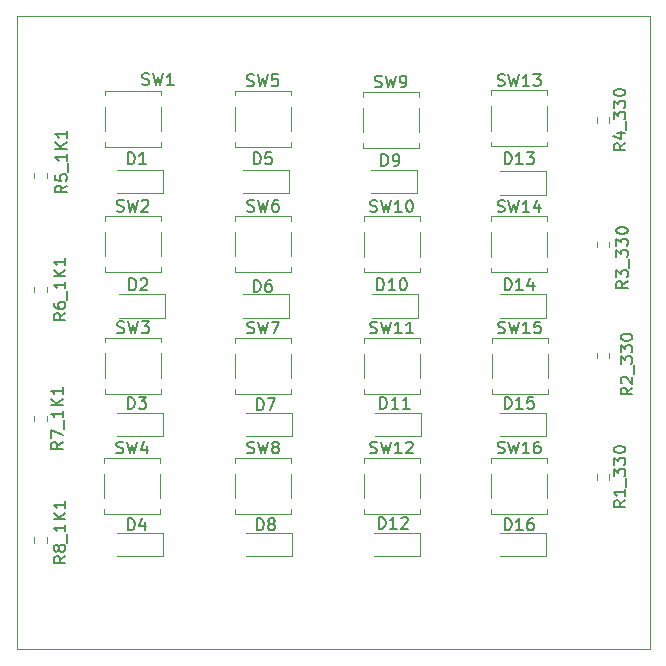
<source format=gbr>
%TF.GenerationSoftware,KiCad,Pcbnew,(6.0.10)*%
%TF.CreationDate,2023-08-09T19:07:30-05:00*%
%TF.ProjectId,Keypad,4b657970-6164-42e6-9b69-6361645f7063,rev?*%
%TF.SameCoordinates,Original*%
%TF.FileFunction,Legend,Top*%
%TF.FilePolarity,Positive*%
%FSLAX46Y46*%
G04 Gerber Fmt 4.6, Leading zero omitted, Abs format (unit mm)*
G04 Created by KiCad (PCBNEW (6.0.10)) date 2023-08-09 19:07:30*
%MOMM*%
%LPD*%
G01*
G04 APERTURE LIST*
%ADD10C,0.150000*%
%ADD11C,0.120000*%
G04 APERTURE END LIST*
D10*
%TO.C,D2*%
X120673904Y-66619380D02*
X120673904Y-65619380D01*
X120912000Y-65619380D01*
X121054857Y-65667000D01*
X121150095Y-65762238D01*
X121197714Y-65857476D01*
X121245333Y-66047952D01*
X121245333Y-66190809D01*
X121197714Y-66381285D01*
X121150095Y-66476523D01*
X121054857Y-66571761D01*
X120912000Y-66619380D01*
X120673904Y-66619380D01*
X121626285Y-65714619D02*
X121673904Y-65667000D01*
X121769142Y-65619380D01*
X122007238Y-65619380D01*
X122102476Y-65667000D01*
X122150095Y-65714619D01*
X122197714Y-65809857D01*
X122197714Y-65905095D01*
X122150095Y-66047952D01*
X121578666Y-66619380D01*
X122197714Y-66619380D01*
%TO.C,R1_330*%
X162664380Y-84399190D02*
X162188190Y-84732523D01*
X162664380Y-84970619D02*
X161664380Y-84970619D01*
X161664380Y-84589666D01*
X161712000Y-84494428D01*
X161759619Y-84446809D01*
X161854857Y-84399190D01*
X161997714Y-84399190D01*
X162092952Y-84446809D01*
X162140571Y-84494428D01*
X162188190Y-84589666D01*
X162188190Y-84970619D01*
X162664380Y-83446809D02*
X162664380Y-84018238D01*
X162664380Y-83732523D02*
X161664380Y-83732523D01*
X161807238Y-83827761D01*
X161902476Y-83923000D01*
X161950095Y-84018238D01*
X162759619Y-83256333D02*
X162759619Y-82494428D01*
X161664380Y-82351571D02*
X161664380Y-81732523D01*
X162045333Y-82065857D01*
X162045333Y-81923000D01*
X162092952Y-81827761D01*
X162140571Y-81780142D01*
X162235809Y-81732523D01*
X162473904Y-81732523D01*
X162569142Y-81780142D01*
X162616761Y-81827761D01*
X162664380Y-81923000D01*
X162664380Y-82208714D01*
X162616761Y-82303952D01*
X162569142Y-82351571D01*
X161664380Y-81399190D02*
X161664380Y-80780142D01*
X162045333Y-81113476D01*
X162045333Y-80970619D01*
X162092952Y-80875380D01*
X162140571Y-80827761D01*
X162235809Y-80780142D01*
X162473904Y-80780142D01*
X162569142Y-80827761D01*
X162616761Y-80875380D01*
X162664380Y-80970619D01*
X162664380Y-81256333D01*
X162616761Y-81351571D01*
X162569142Y-81399190D01*
X161664380Y-80161095D02*
X161664380Y-80065857D01*
X161712000Y-79970619D01*
X161759619Y-79923000D01*
X161854857Y-79875380D01*
X162045333Y-79827761D01*
X162283428Y-79827761D01*
X162473904Y-79875380D01*
X162569142Y-79923000D01*
X162616761Y-79970619D01*
X162664380Y-80065857D01*
X162664380Y-80161095D01*
X162616761Y-80256333D01*
X162569142Y-80303952D01*
X162473904Y-80351571D01*
X162283428Y-80399190D01*
X162045333Y-80399190D01*
X161854857Y-80351571D01*
X161759619Y-80303952D01*
X161712000Y-80256333D01*
X161664380Y-80161095D01*
%TO.C,D4*%
X120546904Y-86939380D02*
X120546904Y-85939380D01*
X120785000Y-85939380D01*
X120927857Y-85987000D01*
X121023095Y-86082238D01*
X121070714Y-86177476D01*
X121118333Y-86367952D01*
X121118333Y-86510809D01*
X121070714Y-86701285D01*
X121023095Y-86796523D01*
X120927857Y-86891761D01*
X120785000Y-86939380D01*
X120546904Y-86939380D01*
X121975476Y-86272714D02*
X121975476Y-86939380D01*
X121737380Y-85891761D02*
X121499285Y-86606047D01*
X122118333Y-86606047D01*
%TO.C,D15*%
X152454714Y-76652380D02*
X152454714Y-75652380D01*
X152692809Y-75652380D01*
X152835666Y-75700000D01*
X152930904Y-75795238D01*
X152978523Y-75890476D01*
X153026142Y-76080952D01*
X153026142Y-76223809D01*
X152978523Y-76414285D01*
X152930904Y-76509523D01*
X152835666Y-76604761D01*
X152692809Y-76652380D01*
X152454714Y-76652380D01*
X153978523Y-76652380D02*
X153407095Y-76652380D01*
X153692809Y-76652380D02*
X153692809Y-75652380D01*
X153597571Y-75795238D01*
X153502333Y-75890476D01*
X153407095Y-75938095D01*
X154883285Y-75652380D02*
X154407095Y-75652380D01*
X154359476Y-76128571D01*
X154407095Y-76080952D01*
X154502333Y-76033333D01*
X154740428Y-76033333D01*
X154835666Y-76080952D01*
X154883285Y-76128571D01*
X154930904Y-76223809D01*
X154930904Y-76461904D01*
X154883285Y-76557142D01*
X154835666Y-76604761D01*
X154740428Y-76652380D01*
X154502333Y-76652380D01*
X154407095Y-76604761D01*
X154359476Y-76557142D01*
%TO.C,SW10*%
X141065476Y-59942761D02*
X141208333Y-59990380D01*
X141446428Y-59990380D01*
X141541666Y-59942761D01*
X141589285Y-59895142D01*
X141636904Y-59799904D01*
X141636904Y-59704666D01*
X141589285Y-59609428D01*
X141541666Y-59561809D01*
X141446428Y-59514190D01*
X141255952Y-59466571D01*
X141160714Y-59418952D01*
X141113095Y-59371333D01*
X141065476Y-59276095D01*
X141065476Y-59180857D01*
X141113095Y-59085619D01*
X141160714Y-59038000D01*
X141255952Y-58990380D01*
X141494047Y-58990380D01*
X141636904Y-59038000D01*
X141970238Y-58990380D02*
X142208333Y-59990380D01*
X142398809Y-59276095D01*
X142589285Y-59990380D01*
X142827380Y-58990380D01*
X143732142Y-59990380D02*
X143160714Y-59990380D01*
X143446428Y-59990380D02*
X143446428Y-58990380D01*
X143351190Y-59133238D01*
X143255952Y-59228476D01*
X143160714Y-59276095D01*
X144351190Y-58990380D02*
X144446428Y-58990380D01*
X144541666Y-59038000D01*
X144589285Y-59085619D01*
X144636904Y-59180857D01*
X144684523Y-59371333D01*
X144684523Y-59609428D01*
X144636904Y-59799904D01*
X144589285Y-59895142D01*
X144541666Y-59942761D01*
X144446428Y-59990380D01*
X144351190Y-59990380D01*
X144255952Y-59942761D01*
X144208333Y-59895142D01*
X144160714Y-59799904D01*
X144113095Y-59609428D01*
X144113095Y-59371333D01*
X144160714Y-59180857D01*
X144208333Y-59085619D01*
X144255952Y-59038000D01*
X144351190Y-58990380D01*
%TO.C,SW2*%
X119614666Y-59918761D02*
X119757523Y-59966380D01*
X119995619Y-59966380D01*
X120090857Y-59918761D01*
X120138476Y-59871142D01*
X120186095Y-59775904D01*
X120186095Y-59680666D01*
X120138476Y-59585428D01*
X120090857Y-59537809D01*
X119995619Y-59490190D01*
X119805142Y-59442571D01*
X119709904Y-59394952D01*
X119662285Y-59347333D01*
X119614666Y-59252095D01*
X119614666Y-59156857D01*
X119662285Y-59061619D01*
X119709904Y-59014000D01*
X119805142Y-58966380D01*
X120043238Y-58966380D01*
X120186095Y-59014000D01*
X120519428Y-58966380D02*
X120757523Y-59966380D01*
X120948000Y-59252095D01*
X121138476Y-59966380D01*
X121376571Y-58966380D01*
X121709904Y-59061619D02*
X121757523Y-59014000D01*
X121852761Y-58966380D01*
X122090857Y-58966380D01*
X122186095Y-59014000D01*
X122233714Y-59061619D01*
X122281333Y-59156857D01*
X122281333Y-59252095D01*
X122233714Y-59394952D01*
X121662285Y-59966380D01*
X122281333Y-59966380D01*
%TO.C,R6_1K1*%
X115260380Y-68548000D02*
X114784190Y-68881333D01*
X115260380Y-69119428D02*
X114260380Y-69119428D01*
X114260380Y-68738476D01*
X114308000Y-68643238D01*
X114355619Y-68595619D01*
X114450857Y-68548000D01*
X114593714Y-68548000D01*
X114688952Y-68595619D01*
X114736571Y-68643238D01*
X114784190Y-68738476D01*
X114784190Y-69119428D01*
X114260380Y-67690857D02*
X114260380Y-67881333D01*
X114308000Y-67976571D01*
X114355619Y-68024190D01*
X114498476Y-68119428D01*
X114688952Y-68167047D01*
X115069904Y-68167047D01*
X115165142Y-68119428D01*
X115212761Y-68071809D01*
X115260380Y-67976571D01*
X115260380Y-67786095D01*
X115212761Y-67690857D01*
X115165142Y-67643238D01*
X115069904Y-67595619D01*
X114831809Y-67595619D01*
X114736571Y-67643238D01*
X114688952Y-67690857D01*
X114641333Y-67786095D01*
X114641333Y-67976571D01*
X114688952Y-68071809D01*
X114736571Y-68119428D01*
X114831809Y-68167047D01*
X115355619Y-67405142D02*
X115355619Y-66643238D01*
X115260380Y-65881333D02*
X115260380Y-66452761D01*
X115260380Y-66167047D02*
X114260380Y-66167047D01*
X114403238Y-66262285D01*
X114498476Y-66357523D01*
X114546095Y-66452761D01*
X115260380Y-65452761D02*
X114260380Y-65452761D01*
X115260380Y-64881333D02*
X114688952Y-65309904D01*
X114260380Y-64881333D02*
X114831809Y-65452761D01*
X115260380Y-63928952D02*
X115260380Y-64500380D01*
X115260380Y-64214666D02*
X114260380Y-64214666D01*
X114403238Y-64309904D01*
X114498476Y-64405142D01*
X114546095Y-64500380D01*
%TO.C,SW15*%
X151904476Y-70229761D02*
X152047333Y-70277380D01*
X152285428Y-70277380D01*
X152380666Y-70229761D01*
X152428285Y-70182142D01*
X152475904Y-70086904D01*
X152475904Y-69991666D01*
X152428285Y-69896428D01*
X152380666Y-69848809D01*
X152285428Y-69801190D01*
X152094952Y-69753571D01*
X151999714Y-69705952D01*
X151952095Y-69658333D01*
X151904476Y-69563095D01*
X151904476Y-69467857D01*
X151952095Y-69372619D01*
X151999714Y-69325000D01*
X152094952Y-69277380D01*
X152333047Y-69277380D01*
X152475904Y-69325000D01*
X152809238Y-69277380D02*
X153047333Y-70277380D01*
X153237809Y-69563095D01*
X153428285Y-70277380D01*
X153666380Y-69277380D01*
X154571142Y-70277380D02*
X153999714Y-70277380D01*
X154285428Y-70277380D02*
X154285428Y-69277380D01*
X154190190Y-69420238D01*
X154094952Y-69515476D01*
X153999714Y-69563095D01*
X155475904Y-69277380D02*
X154999714Y-69277380D01*
X154952095Y-69753571D01*
X154999714Y-69705952D01*
X155094952Y-69658333D01*
X155333047Y-69658333D01*
X155428285Y-69705952D01*
X155475904Y-69753571D01*
X155523523Y-69848809D01*
X155523523Y-70086904D01*
X155475904Y-70182142D01*
X155428285Y-70229761D01*
X155333047Y-70277380D01*
X155094952Y-70277380D01*
X154999714Y-70229761D01*
X154952095Y-70182142D01*
%TO.C,D9*%
X142009904Y-56078380D02*
X142009904Y-55078380D01*
X142248000Y-55078380D01*
X142390857Y-55126000D01*
X142486095Y-55221238D01*
X142533714Y-55316476D01*
X142581333Y-55506952D01*
X142581333Y-55649809D01*
X142533714Y-55840285D01*
X142486095Y-55935523D01*
X142390857Y-56030761D01*
X142248000Y-56078380D01*
X142009904Y-56078380D01*
X143057523Y-56078380D02*
X143248000Y-56078380D01*
X143343238Y-56030761D01*
X143390857Y-55983142D01*
X143486095Y-55840285D01*
X143533714Y-55649809D01*
X143533714Y-55268857D01*
X143486095Y-55173619D01*
X143438476Y-55126000D01*
X143343238Y-55078380D01*
X143152761Y-55078380D01*
X143057523Y-55126000D01*
X143009904Y-55173619D01*
X142962285Y-55268857D01*
X142962285Y-55506952D01*
X143009904Y-55602190D01*
X143057523Y-55649809D01*
X143152761Y-55697428D01*
X143343238Y-55697428D01*
X143438476Y-55649809D01*
X143486095Y-55602190D01*
X143533714Y-55506952D01*
%TO.C,SW14*%
X151860476Y-59942761D02*
X152003333Y-59990380D01*
X152241428Y-59990380D01*
X152336666Y-59942761D01*
X152384285Y-59895142D01*
X152431904Y-59799904D01*
X152431904Y-59704666D01*
X152384285Y-59609428D01*
X152336666Y-59561809D01*
X152241428Y-59514190D01*
X152050952Y-59466571D01*
X151955714Y-59418952D01*
X151908095Y-59371333D01*
X151860476Y-59276095D01*
X151860476Y-59180857D01*
X151908095Y-59085619D01*
X151955714Y-59038000D01*
X152050952Y-58990380D01*
X152289047Y-58990380D01*
X152431904Y-59038000D01*
X152765238Y-58990380D02*
X153003333Y-59990380D01*
X153193809Y-59276095D01*
X153384285Y-59990380D01*
X153622380Y-58990380D01*
X154527142Y-59990380D02*
X153955714Y-59990380D01*
X154241428Y-59990380D02*
X154241428Y-58990380D01*
X154146190Y-59133238D01*
X154050952Y-59228476D01*
X153955714Y-59276095D01*
X155384285Y-59323714D02*
X155384285Y-59990380D01*
X155146190Y-58942761D02*
X154908095Y-59657047D01*
X155527142Y-59657047D01*
%TO.C,SW8*%
X130663666Y-80389761D02*
X130806523Y-80437380D01*
X131044619Y-80437380D01*
X131139857Y-80389761D01*
X131187476Y-80342142D01*
X131235095Y-80246904D01*
X131235095Y-80151666D01*
X131187476Y-80056428D01*
X131139857Y-80008809D01*
X131044619Y-79961190D01*
X130854142Y-79913571D01*
X130758904Y-79865952D01*
X130711285Y-79818333D01*
X130663666Y-79723095D01*
X130663666Y-79627857D01*
X130711285Y-79532619D01*
X130758904Y-79485000D01*
X130854142Y-79437380D01*
X131092238Y-79437380D01*
X131235095Y-79485000D01*
X131568428Y-79437380D02*
X131806523Y-80437380D01*
X131997000Y-79723095D01*
X132187476Y-80437380D01*
X132425571Y-79437380D01*
X132949380Y-79865952D02*
X132854142Y-79818333D01*
X132806523Y-79770714D01*
X132758904Y-79675476D01*
X132758904Y-79627857D01*
X132806523Y-79532619D01*
X132854142Y-79485000D01*
X132949380Y-79437380D01*
X133139857Y-79437380D01*
X133235095Y-79485000D01*
X133282714Y-79532619D01*
X133330333Y-79627857D01*
X133330333Y-79675476D01*
X133282714Y-79770714D01*
X133235095Y-79818333D01*
X133139857Y-79865952D01*
X132949380Y-79865952D01*
X132854142Y-79913571D01*
X132806523Y-79961190D01*
X132758904Y-80056428D01*
X132758904Y-80246904D01*
X132806523Y-80342142D01*
X132854142Y-80389761D01*
X132949380Y-80437380D01*
X133139857Y-80437380D01*
X133235095Y-80389761D01*
X133282714Y-80342142D01*
X133330333Y-80246904D01*
X133330333Y-80056428D01*
X133282714Y-79961190D01*
X133235095Y-79913571D01*
X133139857Y-79865952D01*
%TO.C,R2_330*%
X163266380Y-74874190D02*
X162790190Y-75207523D01*
X163266380Y-75445619D02*
X162266380Y-75445619D01*
X162266380Y-75064666D01*
X162314000Y-74969428D01*
X162361619Y-74921809D01*
X162456857Y-74874190D01*
X162599714Y-74874190D01*
X162694952Y-74921809D01*
X162742571Y-74969428D01*
X162790190Y-75064666D01*
X162790190Y-75445619D01*
X162361619Y-74493238D02*
X162314000Y-74445619D01*
X162266380Y-74350380D01*
X162266380Y-74112285D01*
X162314000Y-74017047D01*
X162361619Y-73969428D01*
X162456857Y-73921809D01*
X162552095Y-73921809D01*
X162694952Y-73969428D01*
X163266380Y-74540857D01*
X163266380Y-73921809D01*
X163361619Y-73731333D02*
X163361619Y-72969428D01*
X162266380Y-72826571D02*
X162266380Y-72207523D01*
X162647333Y-72540857D01*
X162647333Y-72398000D01*
X162694952Y-72302761D01*
X162742571Y-72255142D01*
X162837809Y-72207523D01*
X163075904Y-72207523D01*
X163171142Y-72255142D01*
X163218761Y-72302761D01*
X163266380Y-72398000D01*
X163266380Y-72683714D01*
X163218761Y-72778952D01*
X163171142Y-72826571D01*
X162266380Y-71874190D02*
X162266380Y-71255142D01*
X162647333Y-71588476D01*
X162647333Y-71445619D01*
X162694952Y-71350380D01*
X162742571Y-71302761D01*
X162837809Y-71255142D01*
X163075904Y-71255142D01*
X163171142Y-71302761D01*
X163218761Y-71350380D01*
X163266380Y-71445619D01*
X163266380Y-71731333D01*
X163218761Y-71826571D01*
X163171142Y-71874190D01*
X162266380Y-70636095D02*
X162266380Y-70540857D01*
X162314000Y-70445619D01*
X162361619Y-70398000D01*
X162456857Y-70350380D01*
X162647333Y-70302761D01*
X162885428Y-70302761D01*
X163075904Y-70350380D01*
X163171142Y-70398000D01*
X163218761Y-70445619D01*
X163266380Y-70540857D01*
X163266380Y-70636095D01*
X163218761Y-70731333D01*
X163171142Y-70778952D01*
X163075904Y-70826571D01*
X162885428Y-70874190D01*
X162647333Y-70874190D01*
X162456857Y-70826571D01*
X162361619Y-70778952D01*
X162314000Y-70731333D01*
X162266380Y-70636095D01*
%TO.C,R3_330*%
X162885380Y-65857190D02*
X162409190Y-66190523D01*
X162885380Y-66428619D02*
X161885380Y-66428619D01*
X161885380Y-66047666D01*
X161933000Y-65952428D01*
X161980619Y-65904809D01*
X162075857Y-65857190D01*
X162218714Y-65857190D01*
X162313952Y-65904809D01*
X162361571Y-65952428D01*
X162409190Y-66047666D01*
X162409190Y-66428619D01*
X161885380Y-65523857D02*
X161885380Y-64904809D01*
X162266333Y-65238142D01*
X162266333Y-65095285D01*
X162313952Y-65000047D01*
X162361571Y-64952428D01*
X162456809Y-64904809D01*
X162694904Y-64904809D01*
X162790142Y-64952428D01*
X162837761Y-65000047D01*
X162885380Y-65095285D01*
X162885380Y-65381000D01*
X162837761Y-65476238D01*
X162790142Y-65523857D01*
X162980619Y-64714333D02*
X162980619Y-63952428D01*
X161885380Y-63809571D02*
X161885380Y-63190523D01*
X162266333Y-63523857D01*
X162266333Y-63381000D01*
X162313952Y-63285761D01*
X162361571Y-63238142D01*
X162456809Y-63190523D01*
X162694904Y-63190523D01*
X162790142Y-63238142D01*
X162837761Y-63285761D01*
X162885380Y-63381000D01*
X162885380Y-63666714D01*
X162837761Y-63761952D01*
X162790142Y-63809571D01*
X161885380Y-62857190D02*
X161885380Y-62238142D01*
X162266333Y-62571476D01*
X162266333Y-62428619D01*
X162313952Y-62333380D01*
X162361571Y-62285761D01*
X162456809Y-62238142D01*
X162694904Y-62238142D01*
X162790142Y-62285761D01*
X162837761Y-62333380D01*
X162885380Y-62428619D01*
X162885380Y-62714333D01*
X162837761Y-62809571D01*
X162790142Y-62857190D01*
X161885380Y-61619095D02*
X161885380Y-61523857D01*
X161933000Y-61428619D01*
X161980619Y-61381000D01*
X162075857Y-61333380D01*
X162266333Y-61285761D01*
X162504428Y-61285761D01*
X162694904Y-61333380D01*
X162790142Y-61381000D01*
X162837761Y-61428619D01*
X162885380Y-61523857D01*
X162885380Y-61619095D01*
X162837761Y-61714333D01*
X162790142Y-61761952D01*
X162694904Y-61809571D01*
X162504428Y-61857190D01*
X162266333Y-61857190D01*
X162075857Y-61809571D01*
X161980619Y-61761952D01*
X161933000Y-61714333D01*
X161885380Y-61619095D01*
%TO.C,SW7*%
X130663666Y-70229761D02*
X130806523Y-70277380D01*
X131044619Y-70277380D01*
X131139857Y-70229761D01*
X131187476Y-70182142D01*
X131235095Y-70086904D01*
X131235095Y-69991666D01*
X131187476Y-69896428D01*
X131139857Y-69848809D01*
X131044619Y-69801190D01*
X130854142Y-69753571D01*
X130758904Y-69705952D01*
X130711285Y-69658333D01*
X130663666Y-69563095D01*
X130663666Y-69467857D01*
X130711285Y-69372619D01*
X130758904Y-69325000D01*
X130854142Y-69277380D01*
X131092238Y-69277380D01*
X131235095Y-69325000D01*
X131568428Y-69277380D02*
X131806523Y-70277380D01*
X131997000Y-69563095D01*
X132187476Y-70277380D01*
X132425571Y-69277380D01*
X132711285Y-69277380D02*
X133377952Y-69277380D01*
X132949380Y-70277380D01*
%TO.C,D1*%
X120546904Y-55951380D02*
X120546904Y-54951380D01*
X120785000Y-54951380D01*
X120927857Y-54999000D01*
X121023095Y-55094238D01*
X121070714Y-55189476D01*
X121118333Y-55379952D01*
X121118333Y-55522809D01*
X121070714Y-55713285D01*
X121023095Y-55808523D01*
X120927857Y-55903761D01*
X120785000Y-55951380D01*
X120546904Y-55951380D01*
X122070714Y-55951380D02*
X121499285Y-55951380D01*
X121785000Y-55951380D02*
X121785000Y-54951380D01*
X121689761Y-55094238D01*
X121594523Y-55189476D01*
X121499285Y-55237095D01*
%TO.C,SW13*%
X151860476Y-49274761D02*
X152003333Y-49322380D01*
X152241428Y-49322380D01*
X152336666Y-49274761D01*
X152384285Y-49227142D01*
X152431904Y-49131904D01*
X152431904Y-49036666D01*
X152384285Y-48941428D01*
X152336666Y-48893809D01*
X152241428Y-48846190D01*
X152050952Y-48798571D01*
X151955714Y-48750952D01*
X151908095Y-48703333D01*
X151860476Y-48608095D01*
X151860476Y-48512857D01*
X151908095Y-48417619D01*
X151955714Y-48370000D01*
X152050952Y-48322380D01*
X152289047Y-48322380D01*
X152431904Y-48370000D01*
X152765238Y-48322380D02*
X153003333Y-49322380D01*
X153193809Y-48608095D01*
X153384285Y-49322380D01*
X153622380Y-48322380D01*
X154527142Y-49322380D02*
X153955714Y-49322380D01*
X154241428Y-49322380D02*
X154241428Y-48322380D01*
X154146190Y-48465238D01*
X154050952Y-48560476D01*
X153955714Y-48608095D01*
X154860476Y-48322380D02*
X155479523Y-48322380D01*
X155146190Y-48703333D01*
X155289047Y-48703333D01*
X155384285Y-48750952D01*
X155431904Y-48798571D01*
X155479523Y-48893809D01*
X155479523Y-49131904D01*
X155431904Y-49227142D01*
X155384285Y-49274761D01*
X155289047Y-49322380D01*
X155003333Y-49322380D01*
X154908095Y-49274761D01*
X154860476Y-49227142D01*
%TO.C,D13*%
X152455714Y-55951380D02*
X152455714Y-54951380D01*
X152693809Y-54951380D01*
X152836666Y-54999000D01*
X152931904Y-55094238D01*
X152979523Y-55189476D01*
X153027142Y-55379952D01*
X153027142Y-55522809D01*
X152979523Y-55713285D01*
X152931904Y-55808523D01*
X152836666Y-55903761D01*
X152693809Y-55951380D01*
X152455714Y-55951380D01*
X153979523Y-55951380D02*
X153408095Y-55951380D01*
X153693809Y-55951380D02*
X153693809Y-54951380D01*
X153598571Y-55094238D01*
X153503333Y-55189476D01*
X153408095Y-55237095D01*
X154312857Y-54951380D02*
X154931904Y-54951380D01*
X154598571Y-55332333D01*
X154741428Y-55332333D01*
X154836666Y-55379952D01*
X154884285Y-55427571D01*
X154931904Y-55522809D01*
X154931904Y-55760904D01*
X154884285Y-55856142D01*
X154836666Y-55903761D01*
X154741428Y-55951380D01*
X154455714Y-55951380D01*
X154360476Y-55903761D01*
X154312857Y-55856142D01*
%TO.C,R5_1K1*%
X115387380Y-57753000D02*
X114911190Y-58086333D01*
X115387380Y-58324428D02*
X114387380Y-58324428D01*
X114387380Y-57943476D01*
X114435000Y-57848238D01*
X114482619Y-57800619D01*
X114577857Y-57753000D01*
X114720714Y-57753000D01*
X114815952Y-57800619D01*
X114863571Y-57848238D01*
X114911190Y-57943476D01*
X114911190Y-58324428D01*
X114387380Y-56848238D02*
X114387380Y-57324428D01*
X114863571Y-57372047D01*
X114815952Y-57324428D01*
X114768333Y-57229190D01*
X114768333Y-56991095D01*
X114815952Y-56895857D01*
X114863571Y-56848238D01*
X114958809Y-56800619D01*
X115196904Y-56800619D01*
X115292142Y-56848238D01*
X115339761Y-56895857D01*
X115387380Y-56991095D01*
X115387380Y-57229190D01*
X115339761Y-57324428D01*
X115292142Y-57372047D01*
X115482619Y-56610142D02*
X115482619Y-55848238D01*
X115387380Y-55086333D02*
X115387380Y-55657761D01*
X115387380Y-55372047D02*
X114387380Y-55372047D01*
X114530238Y-55467285D01*
X114625476Y-55562523D01*
X114673095Y-55657761D01*
X115387380Y-54657761D02*
X114387380Y-54657761D01*
X115387380Y-54086333D02*
X114815952Y-54514904D01*
X114387380Y-54086333D02*
X114958809Y-54657761D01*
X115387380Y-53133952D02*
X115387380Y-53705380D01*
X115387380Y-53419666D02*
X114387380Y-53419666D01*
X114530238Y-53514904D01*
X114625476Y-53610142D01*
X114673095Y-53705380D01*
%TO.C,D7*%
X131468904Y-76779380D02*
X131468904Y-75779380D01*
X131707000Y-75779380D01*
X131849857Y-75827000D01*
X131945095Y-75922238D01*
X131992714Y-76017476D01*
X132040333Y-76207952D01*
X132040333Y-76350809D01*
X131992714Y-76541285D01*
X131945095Y-76636523D01*
X131849857Y-76731761D01*
X131707000Y-76779380D01*
X131468904Y-76779380D01*
X132373666Y-75779380D02*
X133040333Y-75779380D01*
X132611761Y-76779380D01*
%TO.C,D5*%
X131213904Y-55951380D02*
X131213904Y-54951380D01*
X131452000Y-54951380D01*
X131594857Y-54999000D01*
X131690095Y-55094238D01*
X131737714Y-55189476D01*
X131785333Y-55379952D01*
X131785333Y-55522809D01*
X131737714Y-55713285D01*
X131690095Y-55808523D01*
X131594857Y-55903761D01*
X131452000Y-55951380D01*
X131213904Y-55951380D01*
X132690095Y-54951380D02*
X132213904Y-54951380D01*
X132166285Y-55427571D01*
X132213904Y-55379952D01*
X132309142Y-55332333D01*
X132547238Y-55332333D01*
X132642476Y-55379952D01*
X132690095Y-55427571D01*
X132737714Y-55522809D01*
X132737714Y-55760904D01*
X132690095Y-55856142D01*
X132642476Y-55903761D01*
X132547238Y-55951380D01*
X132309142Y-55951380D01*
X132213904Y-55903761D01*
X132166285Y-55856142D01*
%TO.C,SW6*%
X130663666Y-59918761D02*
X130806523Y-59966380D01*
X131044619Y-59966380D01*
X131139857Y-59918761D01*
X131187476Y-59871142D01*
X131235095Y-59775904D01*
X131235095Y-59680666D01*
X131187476Y-59585428D01*
X131139857Y-59537809D01*
X131044619Y-59490190D01*
X130854142Y-59442571D01*
X130758904Y-59394952D01*
X130711285Y-59347333D01*
X130663666Y-59252095D01*
X130663666Y-59156857D01*
X130711285Y-59061619D01*
X130758904Y-59014000D01*
X130854142Y-58966380D01*
X131092238Y-58966380D01*
X131235095Y-59014000D01*
X131568428Y-58966380D02*
X131806523Y-59966380D01*
X131997000Y-59252095D01*
X132187476Y-59966380D01*
X132425571Y-58966380D01*
X133235095Y-58966380D02*
X133044619Y-58966380D01*
X132949380Y-59014000D01*
X132901761Y-59061619D01*
X132806523Y-59204476D01*
X132758904Y-59394952D01*
X132758904Y-59775904D01*
X132806523Y-59871142D01*
X132854142Y-59918761D01*
X132949380Y-59966380D01*
X133139857Y-59966380D01*
X133235095Y-59918761D01*
X133282714Y-59871142D01*
X133330333Y-59775904D01*
X133330333Y-59537809D01*
X133282714Y-59442571D01*
X133235095Y-59394952D01*
X133139857Y-59347333D01*
X132949380Y-59347333D01*
X132854142Y-59394952D01*
X132806523Y-59442571D01*
X132758904Y-59537809D01*
%TO.C,D3*%
X120546904Y-76652380D02*
X120546904Y-75652380D01*
X120785000Y-75652380D01*
X120927857Y-75700000D01*
X121023095Y-75795238D01*
X121070714Y-75890476D01*
X121118333Y-76080952D01*
X121118333Y-76223809D01*
X121070714Y-76414285D01*
X121023095Y-76509523D01*
X120927857Y-76604761D01*
X120785000Y-76652380D01*
X120546904Y-76652380D01*
X121451666Y-75652380D02*
X122070714Y-75652380D01*
X121737380Y-76033333D01*
X121880238Y-76033333D01*
X121975476Y-76080952D01*
X122023095Y-76128571D01*
X122070714Y-76223809D01*
X122070714Y-76461904D01*
X122023095Y-76557142D01*
X121975476Y-76604761D01*
X121880238Y-76652380D01*
X121594523Y-76652380D01*
X121499285Y-76604761D01*
X121451666Y-76557142D01*
%TO.C,D12*%
X141787714Y-86812380D02*
X141787714Y-85812380D01*
X142025809Y-85812380D01*
X142168666Y-85860000D01*
X142263904Y-85955238D01*
X142311523Y-86050476D01*
X142359142Y-86240952D01*
X142359142Y-86383809D01*
X142311523Y-86574285D01*
X142263904Y-86669523D01*
X142168666Y-86764761D01*
X142025809Y-86812380D01*
X141787714Y-86812380D01*
X143311523Y-86812380D02*
X142740095Y-86812380D01*
X143025809Y-86812380D02*
X143025809Y-85812380D01*
X142930571Y-85955238D01*
X142835333Y-86050476D01*
X142740095Y-86098095D01*
X143692476Y-85907619D02*
X143740095Y-85860000D01*
X143835333Y-85812380D01*
X144073428Y-85812380D01*
X144168666Y-85860000D01*
X144216285Y-85907619D01*
X144263904Y-86002857D01*
X144263904Y-86098095D01*
X144216285Y-86240952D01*
X143644857Y-86812380D01*
X144263904Y-86812380D01*
%TO.C,D16*%
X152455714Y-86939380D02*
X152455714Y-85939380D01*
X152693809Y-85939380D01*
X152836666Y-85987000D01*
X152931904Y-86082238D01*
X152979523Y-86177476D01*
X153027142Y-86367952D01*
X153027142Y-86510809D01*
X152979523Y-86701285D01*
X152931904Y-86796523D01*
X152836666Y-86891761D01*
X152693809Y-86939380D01*
X152455714Y-86939380D01*
X153979523Y-86939380D02*
X153408095Y-86939380D01*
X153693809Y-86939380D02*
X153693809Y-85939380D01*
X153598571Y-86082238D01*
X153503333Y-86177476D01*
X153408095Y-86225095D01*
X154836666Y-85939380D02*
X154646190Y-85939380D01*
X154550952Y-85987000D01*
X154503333Y-86034619D01*
X154408095Y-86177476D01*
X154360476Y-86367952D01*
X154360476Y-86748904D01*
X154408095Y-86844142D01*
X154455714Y-86891761D01*
X154550952Y-86939380D01*
X154741428Y-86939380D01*
X154836666Y-86891761D01*
X154884285Y-86844142D01*
X154931904Y-86748904D01*
X154931904Y-86510809D01*
X154884285Y-86415571D01*
X154836666Y-86367952D01*
X154741428Y-86320333D01*
X154550952Y-86320333D01*
X154455714Y-86367952D01*
X154408095Y-86415571D01*
X154360476Y-86510809D01*
%TO.C,D6*%
X131214904Y-66746380D02*
X131214904Y-65746380D01*
X131453000Y-65746380D01*
X131595857Y-65794000D01*
X131691095Y-65889238D01*
X131738714Y-65984476D01*
X131786333Y-66174952D01*
X131786333Y-66317809D01*
X131738714Y-66508285D01*
X131691095Y-66603523D01*
X131595857Y-66698761D01*
X131453000Y-66746380D01*
X131214904Y-66746380D01*
X132643476Y-65746380D02*
X132453000Y-65746380D01*
X132357761Y-65794000D01*
X132310142Y-65841619D01*
X132214904Y-65984476D01*
X132167285Y-66174952D01*
X132167285Y-66555904D01*
X132214904Y-66651142D01*
X132262523Y-66698761D01*
X132357761Y-66746380D01*
X132548238Y-66746380D01*
X132643476Y-66698761D01*
X132691095Y-66651142D01*
X132738714Y-66555904D01*
X132738714Y-66317809D01*
X132691095Y-66222571D01*
X132643476Y-66174952D01*
X132548238Y-66127333D01*
X132357761Y-66127333D01*
X132262523Y-66174952D01*
X132214904Y-66222571D01*
X132167285Y-66317809D01*
%TO.C,SW11*%
X141065476Y-70229761D02*
X141208333Y-70277380D01*
X141446428Y-70277380D01*
X141541666Y-70229761D01*
X141589285Y-70182142D01*
X141636904Y-70086904D01*
X141636904Y-69991666D01*
X141589285Y-69896428D01*
X141541666Y-69848809D01*
X141446428Y-69801190D01*
X141255952Y-69753571D01*
X141160714Y-69705952D01*
X141113095Y-69658333D01*
X141065476Y-69563095D01*
X141065476Y-69467857D01*
X141113095Y-69372619D01*
X141160714Y-69325000D01*
X141255952Y-69277380D01*
X141494047Y-69277380D01*
X141636904Y-69325000D01*
X141970238Y-69277380D02*
X142208333Y-70277380D01*
X142398809Y-69563095D01*
X142589285Y-70277380D01*
X142827380Y-69277380D01*
X143732142Y-70277380D02*
X143160714Y-70277380D01*
X143446428Y-70277380D02*
X143446428Y-69277380D01*
X143351190Y-69420238D01*
X143255952Y-69515476D01*
X143160714Y-69563095D01*
X144684523Y-70277380D02*
X144113095Y-70277380D01*
X144398809Y-70277380D02*
X144398809Y-69277380D01*
X144303571Y-69420238D01*
X144208333Y-69515476D01*
X144113095Y-69563095D01*
%TO.C,SW12*%
X141065476Y-80389761D02*
X141208333Y-80437380D01*
X141446428Y-80437380D01*
X141541666Y-80389761D01*
X141589285Y-80342142D01*
X141636904Y-80246904D01*
X141636904Y-80151666D01*
X141589285Y-80056428D01*
X141541666Y-80008809D01*
X141446428Y-79961190D01*
X141255952Y-79913571D01*
X141160714Y-79865952D01*
X141113095Y-79818333D01*
X141065476Y-79723095D01*
X141065476Y-79627857D01*
X141113095Y-79532619D01*
X141160714Y-79485000D01*
X141255952Y-79437380D01*
X141494047Y-79437380D01*
X141636904Y-79485000D01*
X141970238Y-79437380D02*
X142208333Y-80437380D01*
X142398809Y-79723095D01*
X142589285Y-80437380D01*
X142827380Y-79437380D01*
X143732142Y-80437380D02*
X143160714Y-80437380D01*
X143446428Y-80437380D02*
X143446428Y-79437380D01*
X143351190Y-79580238D01*
X143255952Y-79675476D01*
X143160714Y-79723095D01*
X144113095Y-79532619D02*
X144160714Y-79485000D01*
X144255952Y-79437380D01*
X144494047Y-79437380D01*
X144589285Y-79485000D01*
X144636904Y-79532619D01*
X144684523Y-79627857D01*
X144684523Y-79723095D01*
X144636904Y-79865952D01*
X144065476Y-80437380D01*
X144684523Y-80437380D01*
%TO.C,SW5*%
X130619666Y-49298761D02*
X130762523Y-49346380D01*
X131000619Y-49346380D01*
X131095857Y-49298761D01*
X131143476Y-49251142D01*
X131191095Y-49155904D01*
X131191095Y-49060666D01*
X131143476Y-48965428D01*
X131095857Y-48917809D01*
X131000619Y-48870190D01*
X130810142Y-48822571D01*
X130714904Y-48774952D01*
X130667285Y-48727333D01*
X130619666Y-48632095D01*
X130619666Y-48536857D01*
X130667285Y-48441619D01*
X130714904Y-48394000D01*
X130810142Y-48346380D01*
X131048238Y-48346380D01*
X131191095Y-48394000D01*
X131524428Y-48346380D02*
X131762523Y-49346380D01*
X131953000Y-48632095D01*
X132143476Y-49346380D01*
X132381571Y-48346380D01*
X133238714Y-48346380D02*
X132762523Y-48346380D01*
X132714904Y-48822571D01*
X132762523Y-48774952D01*
X132857761Y-48727333D01*
X133095857Y-48727333D01*
X133191095Y-48774952D01*
X133238714Y-48822571D01*
X133286333Y-48917809D01*
X133286333Y-49155904D01*
X133238714Y-49251142D01*
X133191095Y-49298761D01*
X133095857Y-49346380D01*
X132857761Y-49346380D01*
X132762523Y-49298761D01*
X132714904Y-49251142D01*
%TO.C,SW9*%
X141458666Y-49401761D02*
X141601523Y-49449380D01*
X141839619Y-49449380D01*
X141934857Y-49401761D01*
X141982476Y-49354142D01*
X142030095Y-49258904D01*
X142030095Y-49163666D01*
X141982476Y-49068428D01*
X141934857Y-49020809D01*
X141839619Y-48973190D01*
X141649142Y-48925571D01*
X141553904Y-48877952D01*
X141506285Y-48830333D01*
X141458666Y-48735095D01*
X141458666Y-48639857D01*
X141506285Y-48544619D01*
X141553904Y-48497000D01*
X141649142Y-48449380D01*
X141887238Y-48449380D01*
X142030095Y-48497000D01*
X142363428Y-48449380D02*
X142601523Y-49449380D01*
X142792000Y-48735095D01*
X142982476Y-49449380D01*
X143220571Y-48449380D01*
X143649142Y-49449380D02*
X143839619Y-49449380D01*
X143934857Y-49401761D01*
X143982476Y-49354142D01*
X144077714Y-49211285D01*
X144125333Y-49020809D01*
X144125333Y-48639857D01*
X144077714Y-48544619D01*
X144030095Y-48497000D01*
X143934857Y-48449380D01*
X143744380Y-48449380D01*
X143649142Y-48497000D01*
X143601523Y-48544619D01*
X143553904Y-48639857D01*
X143553904Y-48877952D01*
X143601523Y-48973190D01*
X143649142Y-49020809D01*
X143744380Y-49068428D01*
X143934857Y-49068428D01*
X144030095Y-49020809D01*
X144077714Y-48973190D01*
X144125333Y-48877952D01*
%TO.C,R7_1K1*%
X115039380Y-79470000D02*
X114563190Y-79803333D01*
X115039380Y-80041428D02*
X114039380Y-80041428D01*
X114039380Y-79660476D01*
X114087000Y-79565238D01*
X114134619Y-79517619D01*
X114229857Y-79470000D01*
X114372714Y-79470000D01*
X114467952Y-79517619D01*
X114515571Y-79565238D01*
X114563190Y-79660476D01*
X114563190Y-80041428D01*
X114039380Y-79136666D02*
X114039380Y-78470000D01*
X115039380Y-78898571D01*
X115134619Y-78327142D02*
X115134619Y-77565238D01*
X115039380Y-76803333D02*
X115039380Y-77374761D01*
X115039380Y-77089047D02*
X114039380Y-77089047D01*
X114182238Y-77184285D01*
X114277476Y-77279523D01*
X114325095Y-77374761D01*
X115039380Y-76374761D02*
X114039380Y-76374761D01*
X115039380Y-75803333D02*
X114467952Y-76231904D01*
X114039380Y-75803333D02*
X114610809Y-76374761D01*
X115039380Y-74850952D02*
X115039380Y-75422380D01*
X115039380Y-75136666D02*
X114039380Y-75136666D01*
X114182238Y-75231904D01*
X114277476Y-75327142D01*
X114325095Y-75422380D01*
%TO.C,SW16*%
X151860476Y-80389761D02*
X152003333Y-80437380D01*
X152241428Y-80437380D01*
X152336666Y-80389761D01*
X152384285Y-80342142D01*
X152431904Y-80246904D01*
X152431904Y-80151666D01*
X152384285Y-80056428D01*
X152336666Y-80008809D01*
X152241428Y-79961190D01*
X152050952Y-79913571D01*
X151955714Y-79865952D01*
X151908095Y-79818333D01*
X151860476Y-79723095D01*
X151860476Y-79627857D01*
X151908095Y-79532619D01*
X151955714Y-79485000D01*
X152050952Y-79437380D01*
X152289047Y-79437380D01*
X152431904Y-79485000D01*
X152765238Y-79437380D02*
X153003333Y-80437380D01*
X153193809Y-79723095D01*
X153384285Y-80437380D01*
X153622380Y-79437380D01*
X154527142Y-80437380D02*
X153955714Y-80437380D01*
X154241428Y-80437380D02*
X154241428Y-79437380D01*
X154146190Y-79580238D01*
X154050952Y-79675476D01*
X153955714Y-79723095D01*
X155384285Y-79437380D02*
X155193809Y-79437380D01*
X155098571Y-79485000D01*
X155050952Y-79532619D01*
X154955714Y-79675476D01*
X154908095Y-79865952D01*
X154908095Y-80246904D01*
X154955714Y-80342142D01*
X155003333Y-80389761D01*
X155098571Y-80437380D01*
X155289047Y-80437380D01*
X155384285Y-80389761D01*
X155431904Y-80342142D01*
X155479523Y-80246904D01*
X155479523Y-80008809D01*
X155431904Y-79913571D01*
X155384285Y-79865952D01*
X155289047Y-79818333D01*
X155098571Y-79818333D01*
X155003333Y-79865952D01*
X154955714Y-79913571D01*
X154908095Y-80008809D01*
%TO.C,D10*%
X141660714Y-66619380D02*
X141660714Y-65619380D01*
X141898809Y-65619380D01*
X142041666Y-65667000D01*
X142136904Y-65762238D01*
X142184523Y-65857476D01*
X142232142Y-66047952D01*
X142232142Y-66190809D01*
X142184523Y-66381285D01*
X142136904Y-66476523D01*
X142041666Y-66571761D01*
X141898809Y-66619380D01*
X141660714Y-66619380D01*
X143184523Y-66619380D02*
X142613095Y-66619380D01*
X142898809Y-66619380D02*
X142898809Y-65619380D01*
X142803571Y-65762238D01*
X142708333Y-65857476D01*
X142613095Y-65905095D01*
X143803571Y-65619380D02*
X143898809Y-65619380D01*
X143994047Y-65667000D01*
X144041666Y-65714619D01*
X144089285Y-65809857D01*
X144136904Y-66000333D01*
X144136904Y-66238428D01*
X144089285Y-66428904D01*
X144041666Y-66524142D01*
X143994047Y-66571761D01*
X143898809Y-66619380D01*
X143803571Y-66619380D01*
X143708333Y-66571761D01*
X143660714Y-66524142D01*
X143613095Y-66428904D01*
X143565476Y-66238428D01*
X143565476Y-66000333D01*
X143613095Y-65809857D01*
X143660714Y-65714619D01*
X143708333Y-65667000D01*
X143803571Y-65619380D01*
%TO.C,D8*%
X131468904Y-86939380D02*
X131468904Y-85939380D01*
X131707000Y-85939380D01*
X131849857Y-85987000D01*
X131945095Y-86082238D01*
X131992714Y-86177476D01*
X132040333Y-86367952D01*
X132040333Y-86510809D01*
X131992714Y-86701285D01*
X131945095Y-86796523D01*
X131849857Y-86891761D01*
X131707000Y-86939380D01*
X131468904Y-86939380D01*
X132611761Y-86367952D02*
X132516523Y-86320333D01*
X132468904Y-86272714D01*
X132421285Y-86177476D01*
X132421285Y-86129857D01*
X132468904Y-86034619D01*
X132516523Y-85987000D01*
X132611761Y-85939380D01*
X132802238Y-85939380D01*
X132897476Y-85987000D01*
X132945095Y-86034619D01*
X132992714Y-86129857D01*
X132992714Y-86177476D01*
X132945095Y-86272714D01*
X132897476Y-86320333D01*
X132802238Y-86367952D01*
X132611761Y-86367952D01*
X132516523Y-86415571D01*
X132468904Y-86463190D01*
X132421285Y-86558428D01*
X132421285Y-86748904D01*
X132468904Y-86844142D01*
X132516523Y-86891761D01*
X132611761Y-86939380D01*
X132802238Y-86939380D01*
X132897476Y-86891761D01*
X132945095Y-86844142D01*
X132992714Y-86748904D01*
X132992714Y-86558428D01*
X132945095Y-86463190D01*
X132897476Y-86415571D01*
X132802238Y-86367952D01*
%TO.C,R4_330*%
X162664380Y-54173190D02*
X162188190Y-54506523D01*
X162664380Y-54744619D02*
X161664380Y-54744619D01*
X161664380Y-54363666D01*
X161712000Y-54268428D01*
X161759619Y-54220809D01*
X161854857Y-54173190D01*
X161997714Y-54173190D01*
X162092952Y-54220809D01*
X162140571Y-54268428D01*
X162188190Y-54363666D01*
X162188190Y-54744619D01*
X161997714Y-53316047D02*
X162664380Y-53316047D01*
X161616761Y-53554142D02*
X162331047Y-53792238D01*
X162331047Y-53173190D01*
X162759619Y-53030333D02*
X162759619Y-52268428D01*
X161664380Y-52125571D02*
X161664380Y-51506523D01*
X162045333Y-51839857D01*
X162045333Y-51697000D01*
X162092952Y-51601761D01*
X162140571Y-51554142D01*
X162235809Y-51506523D01*
X162473904Y-51506523D01*
X162569142Y-51554142D01*
X162616761Y-51601761D01*
X162664380Y-51697000D01*
X162664380Y-51982714D01*
X162616761Y-52077952D01*
X162569142Y-52125571D01*
X161664380Y-51173190D02*
X161664380Y-50554142D01*
X162045333Y-50887476D01*
X162045333Y-50744619D01*
X162092952Y-50649380D01*
X162140571Y-50601761D01*
X162235809Y-50554142D01*
X162473904Y-50554142D01*
X162569142Y-50601761D01*
X162616761Y-50649380D01*
X162664380Y-50744619D01*
X162664380Y-51030333D01*
X162616761Y-51125571D01*
X162569142Y-51173190D01*
X161664380Y-49935095D02*
X161664380Y-49839857D01*
X161712000Y-49744619D01*
X161759619Y-49697000D01*
X161854857Y-49649380D01*
X162045333Y-49601761D01*
X162283428Y-49601761D01*
X162473904Y-49649380D01*
X162569142Y-49697000D01*
X162616761Y-49744619D01*
X162664380Y-49839857D01*
X162664380Y-49935095D01*
X162616761Y-50030333D01*
X162569142Y-50077952D01*
X162473904Y-50125571D01*
X162283428Y-50173190D01*
X162045333Y-50173190D01*
X161854857Y-50125571D01*
X161759619Y-50077952D01*
X161712000Y-50030333D01*
X161664380Y-49935095D01*
%TO.C,R8_1K1*%
X115260380Y-89122000D02*
X114784190Y-89455333D01*
X115260380Y-89693428D02*
X114260380Y-89693428D01*
X114260380Y-89312476D01*
X114308000Y-89217238D01*
X114355619Y-89169619D01*
X114450857Y-89122000D01*
X114593714Y-89122000D01*
X114688952Y-89169619D01*
X114736571Y-89217238D01*
X114784190Y-89312476D01*
X114784190Y-89693428D01*
X114688952Y-88550571D02*
X114641333Y-88645809D01*
X114593714Y-88693428D01*
X114498476Y-88741047D01*
X114450857Y-88741047D01*
X114355619Y-88693428D01*
X114308000Y-88645809D01*
X114260380Y-88550571D01*
X114260380Y-88360095D01*
X114308000Y-88264857D01*
X114355619Y-88217238D01*
X114450857Y-88169619D01*
X114498476Y-88169619D01*
X114593714Y-88217238D01*
X114641333Y-88264857D01*
X114688952Y-88360095D01*
X114688952Y-88550571D01*
X114736571Y-88645809D01*
X114784190Y-88693428D01*
X114879428Y-88741047D01*
X115069904Y-88741047D01*
X115165142Y-88693428D01*
X115212761Y-88645809D01*
X115260380Y-88550571D01*
X115260380Y-88360095D01*
X115212761Y-88264857D01*
X115165142Y-88217238D01*
X115069904Y-88169619D01*
X114879428Y-88169619D01*
X114784190Y-88217238D01*
X114736571Y-88264857D01*
X114688952Y-88360095D01*
X115355619Y-87979142D02*
X115355619Y-87217238D01*
X115260380Y-86455333D02*
X115260380Y-87026761D01*
X115260380Y-86741047D02*
X114260380Y-86741047D01*
X114403238Y-86836285D01*
X114498476Y-86931523D01*
X114546095Y-87026761D01*
X115260380Y-86026761D02*
X114260380Y-86026761D01*
X115260380Y-85455333D02*
X114688952Y-85883904D01*
X114260380Y-85455333D02*
X114831809Y-86026761D01*
X115260380Y-84502952D02*
X115260380Y-85074380D01*
X115260380Y-84788666D02*
X114260380Y-84788666D01*
X114403238Y-84883904D01*
X114498476Y-84979142D01*
X114546095Y-85074380D01*
%TO.C,D11*%
X141914714Y-76652380D02*
X141914714Y-75652380D01*
X142152809Y-75652380D01*
X142295666Y-75700000D01*
X142390904Y-75795238D01*
X142438523Y-75890476D01*
X142486142Y-76080952D01*
X142486142Y-76223809D01*
X142438523Y-76414285D01*
X142390904Y-76509523D01*
X142295666Y-76604761D01*
X142152809Y-76652380D01*
X141914714Y-76652380D01*
X143438523Y-76652380D02*
X142867095Y-76652380D01*
X143152809Y-76652380D02*
X143152809Y-75652380D01*
X143057571Y-75795238D01*
X142962333Y-75890476D01*
X142867095Y-75938095D01*
X144390904Y-76652380D02*
X143819476Y-76652380D01*
X144105190Y-76652380D02*
X144105190Y-75652380D01*
X144009952Y-75795238D01*
X143914714Y-75890476D01*
X143819476Y-75938095D01*
%TO.C,SW1*%
X121768666Y-49196761D02*
X121911523Y-49244380D01*
X122149619Y-49244380D01*
X122244857Y-49196761D01*
X122292476Y-49149142D01*
X122340095Y-49053904D01*
X122340095Y-48958666D01*
X122292476Y-48863428D01*
X122244857Y-48815809D01*
X122149619Y-48768190D01*
X121959142Y-48720571D01*
X121863904Y-48672952D01*
X121816285Y-48625333D01*
X121768666Y-48530095D01*
X121768666Y-48434857D01*
X121816285Y-48339619D01*
X121863904Y-48292000D01*
X121959142Y-48244380D01*
X122197238Y-48244380D01*
X122340095Y-48292000D01*
X122673428Y-48244380D02*
X122911523Y-49244380D01*
X123102000Y-48530095D01*
X123292476Y-49244380D01*
X123530571Y-48244380D01*
X124435333Y-49244380D02*
X123863904Y-49244380D01*
X124149619Y-49244380D02*
X124149619Y-48244380D01*
X124054380Y-48387238D01*
X123959142Y-48482476D01*
X123863904Y-48530095D01*
%TO.C,D14*%
X152455714Y-66619380D02*
X152455714Y-65619380D01*
X152693809Y-65619380D01*
X152836666Y-65667000D01*
X152931904Y-65762238D01*
X152979523Y-65857476D01*
X153027142Y-66047952D01*
X153027142Y-66190809D01*
X152979523Y-66381285D01*
X152931904Y-66476523D01*
X152836666Y-66571761D01*
X152693809Y-66619380D01*
X152455714Y-66619380D01*
X153979523Y-66619380D02*
X153408095Y-66619380D01*
X153693809Y-66619380D02*
X153693809Y-65619380D01*
X153598571Y-65762238D01*
X153503333Y-65857476D01*
X153408095Y-65905095D01*
X154836666Y-65952714D02*
X154836666Y-66619380D01*
X154598571Y-65571761D02*
X154360476Y-66286047D01*
X154979523Y-66286047D01*
%TO.C,SW3*%
X119653666Y-70205761D02*
X119796523Y-70253380D01*
X120034619Y-70253380D01*
X120129857Y-70205761D01*
X120177476Y-70158142D01*
X120225095Y-70062904D01*
X120225095Y-69967666D01*
X120177476Y-69872428D01*
X120129857Y-69824809D01*
X120034619Y-69777190D01*
X119844142Y-69729571D01*
X119748904Y-69681952D01*
X119701285Y-69634333D01*
X119653666Y-69539095D01*
X119653666Y-69443857D01*
X119701285Y-69348619D01*
X119748904Y-69301000D01*
X119844142Y-69253380D01*
X120082238Y-69253380D01*
X120225095Y-69301000D01*
X120558428Y-69253380D02*
X120796523Y-70253380D01*
X120987000Y-69539095D01*
X121177476Y-70253380D01*
X121415571Y-69253380D01*
X121701285Y-69253380D02*
X122320333Y-69253380D01*
X121987000Y-69634333D01*
X122129857Y-69634333D01*
X122225095Y-69681952D01*
X122272714Y-69729571D01*
X122320333Y-69824809D01*
X122320333Y-70062904D01*
X122272714Y-70158142D01*
X122225095Y-70205761D01*
X122129857Y-70253380D01*
X121844142Y-70253380D01*
X121748904Y-70205761D01*
X121701285Y-70158142D01*
%TO.C,SW4*%
X119570666Y-80389761D02*
X119713523Y-80437380D01*
X119951619Y-80437380D01*
X120046857Y-80389761D01*
X120094476Y-80342142D01*
X120142095Y-80246904D01*
X120142095Y-80151666D01*
X120094476Y-80056428D01*
X120046857Y-80008809D01*
X119951619Y-79961190D01*
X119761142Y-79913571D01*
X119665904Y-79865952D01*
X119618285Y-79818333D01*
X119570666Y-79723095D01*
X119570666Y-79627857D01*
X119618285Y-79532619D01*
X119665904Y-79485000D01*
X119761142Y-79437380D01*
X119999238Y-79437380D01*
X120142095Y-79485000D01*
X120475428Y-79437380D02*
X120713523Y-80437380D01*
X120904000Y-79723095D01*
X121094476Y-80437380D01*
X121332571Y-79437380D01*
X122142095Y-79770714D02*
X122142095Y-80437380D01*
X121904000Y-79389761D02*
X121665904Y-80104047D01*
X122284952Y-80104047D01*
D11*
%TO.C,D2*%
X123662000Y-68945000D02*
X119762000Y-68945000D01*
X123662000Y-68945000D02*
X123662000Y-66945000D01*
X123662000Y-66945000D02*
X119762000Y-66945000D01*
%TO.C,R1_330*%
X160259500Y-82185742D02*
X160259500Y-82660258D01*
X161304500Y-82185742D02*
X161304500Y-82660258D01*
%TO.C,D4*%
X123535000Y-89138000D02*
X123535000Y-87138000D01*
X123535000Y-87138000D02*
X119635000Y-87138000D01*
X123535000Y-89138000D02*
X119635000Y-89138000D01*
%TO.C,D15*%
X155920000Y-76978000D02*
X152020000Y-76978000D01*
X155920000Y-78978000D02*
X155920000Y-76978000D01*
X155920000Y-78978000D02*
X152020000Y-78978000D01*
%TO.C,SW10*%
X140505000Y-65108000D02*
X145245000Y-65108000D01*
X145245000Y-65108000D02*
X145245000Y-64708000D01*
X140505000Y-63768000D02*
X140505000Y-61708000D01*
X140505000Y-60368000D02*
X140505000Y-60768000D01*
X140505000Y-65108000D02*
X140505000Y-64708000D01*
X145245000Y-60368000D02*
X145245000Y-60768000D01*
X140505000Y-60368000D02*
X145245000Y-60368000D01*
X145245000Y-63768000D02*
X145245000Y-61708000D01*
%TO.C,SW2*%
X118578000Y-65084000D02*
X118578000Y-64684000D01*
X118578000Y-65084000D02*
X123318000Y-65084000D01*
X123318000Y-60344000D02*
X123318000Y-60744000D01*
X123318000Y-65084000D02*
X123318000Y-64684000D01*
X118578000Y-60344000D02*
X118578000Y-60744000D01*
X123318000Y-63744000D02*
X123318000Y-61684000D01*
X118578000Y-60344000D02*
X123318000Y-60344000D01*
X118578000Y-63744000D02*
X118578000Y-61684000D01*
%TO.C,R6_1K1*%
X112634500Y-66310742D02*
X112634500Y-66785258D01*
X113679500Y-66310742D02*
X113679500Y-66785258D01*
%TO.C,SW15*%
X151344000Y-70655000D02*
X156084000Y-70655000D01*
X151344000Y-75395000D02*
X151344000Y-74995000D01*
X156084000Y-74055000D02*
X156084000Y-71995000D01*
X151344000Y-75395000D02*
X156084000Y-75395000D01*
X151344000Y-74055000D02*
X151344000Y-71995000D01*
X156084000Y-75395000D02*
X156084000Y-74995000D01*
X156084000Y-70655000D02*
X156084000Y-71055000D01*
X151344000Y-70655000D02*
X151344000Y-71055000D01*
%TO.C,D9*%
X144998000Y-58404000D02*
X141098000Y-58404000D01*
X144998000Y-56404000D02*
X141098000Y-56404000D01*
X144998000Y-58404000D02*
X144998000Y-56404000D01*
%TO.C,SW14*%
X151300000Y-60368000D02*
X151300000Y-60768000D01*
X156040000Y-60368000D02*
X156040000Y-60768000D01*
X151300000Y-60368000D02*
X156040000Y-60368000D01*
X151300000Y-63768000D02*
X151300000Y-61708000D01*
X151300000Y-65108000D02*
X151300000Y-64708000D01*
X156040000Y-63768000D02*
X156040000Y-61708000D01*
X151300000Y-65108000D02*
X156040000Y-65108000D01*
X156040000Y-65108000D02*
X156040000Y-64708000D01*
%TO.C,SW8*%
X129627000Y-84215000D02*
X129627000Y-82155000D01*
X129627000Y-85555000D02*
X134367000Y-85555000D01*
X134367000Y-84215000D02*
X134367000Y-82155000D01*
X134367000Y-85555000D02*
X134367000Y-85155000D01*
X129627000Y-80815000D02*
X134367000Y-80815000D01*
X129627000Y-80815000D02*
X129627000Y-81215000D01*
X134367000Y-80815000D02*
X134367000Y-81215000D01*
X129627000Y-85555000D02*
X129627000Y-85155000D01*
%TO.C,R2_330*%
X160259500Y-71898742D02*
X160259500Y-72373258D01*
X161304500Y-71898742D02*
X161304500Y-72373258D01*
%TO.C,R3_330*%
X161304500Y-62500742D02*
X161304500Y-62975258D01*
X160259500Y-62500742D02*
X160259500Y-62975258D01*
%TO.C,SW7*%
X129627000Y-70655000D02*
X134367000Y-70655000D01*
X129627000Y-75395000D02*
X129627000Y-74995000D01*
X129627000Y-74055000D02*
X129627000Y-71995000D01*
X134367000Y-75395000D02*
X134367000Y-74995000D01*
X134367000Y-70655000D02*
X134367000Y-71055000D01*
X129627000Y-70655000D02*
X129627000Y-71055000D01*
X134367000Y-74055000D02*
X134367000Y-71995000D01*
X129627000Y-75395000D02*
X134367000Y-75395000D01*
%TO.C,D1*%
X123535000Y-56404000D02*
X119635000Y-56404000D01*
X123535000Y-58404000D02*
X119635000Y-58404000D01*
X123535000Y-58404000D02*
X123535000Y-56404000D01*
%TO.C,SW13*%
X156040000Y-54440000D02*
X156040000Y-54040000D01*
X156040000Y-53100000D02*
X156040000Y-51040000D01*
X151300000Y-49700000D02*
X151300000Y-50100000D01*
X151300000Y-54440000D02*
X151300000Y-54040000D01*
X151300000Y-49700000D02*
X156040000Y-49700000D01*
X151300000Y-53100000D02*
X151300000Y-51040000D01*
X156040000Y-49700000D02*
X156040000Y-50100000D01*
X151300000Y-54440000D02*
X156040000Y-54440000D01*
%TO.C,D13*%
X155920000Y-58531000D02*
X155920000Y-56531000D01*
X155920000Y-56531000D02*
X152020000Y-56531000D01*
X155920000Y-58531000D02*
X152020000Y-58531000D01*
%TO.C,R5_1K1*%
X112634500Y-56658742D02*
X112634500Y-57133258D01*
X113679500Y-56658742D02*
X113679500Y-57133258D01*
%TO.C,D7*%
X134457000Y-78978000D02*
X134457000Y-76978000D01*
X134457000Y-76978000D02*
X130557000Y-76978000D01*
X134457000Y-78978000D02*
X130557000Y-78978000D01*
%TO.C,D5*%
X134203000Y-58404000D02*
X134203000Y-56404000D01*
X134203000Y-58404000D02*
X130303000Y-58404000D01*
X134203000Y-56404000D02*
X130303000Y-56404000D01*
%TO.C,SW6*%
X129627000Y-60344000D02*
X129627000Y-60744000D01*
X129627000Y-60344000D02*
X134367000Y-60344000D01*
X129627000Y-65084000D02*
X129627000Y-64684000D01*
X129627000Y-63744000D02*
X129627000Y-61684000D01*
X129627000Y-65084000D02*
X134367000Y-65084000D01*
X134367000Y-65084000D02*
X134367000Y-64684000D01*
X134367000Y-63744000D02*
X134367000Y-61684000D01*
X134367000Y-60344000D02*
X134367000Y-60744000D01*
%TO.C,U1*%
X111120000Y-43429000D02*
X111120000Y-97029000D01*
X164717000Y-97029000D02*
X164717000Y-43429000D01*
X111120000Y-97029000D02*
X164717000Y-97029000D01*
X164717000Y-43429000D02*
X111120000Y-43429000D01*
%TO.C,D3*%
X123535000Y-78978000D02*
X119635000Y-78978000D01*
X123535000Y-76978000D02*
X119635000Y-76978000D01*
X123535000Y-78978000D02*
X123535000Y-76978000D01*
%TO.C,D12*%
X145252000Y-89138000D02*
X145252000Y-87138000D01*
X145252000Y-89138000D02*
X141352000Y-89138000D01*
X145252000Y-87138000D02*
X141352000Y-87138000D01*
%TO.C,D16*%
X155920000Y-89138000D02*
X152020000Y-89138000D01*
X155920000Y-89138000D02*
X155920000Y-87138000D01*
X155920000Y-87138000D02*
X152020000Y-87138000D01*
%TO.C,D6*%
X134203000Y-66945000D02*
X130303000Y-66945000D01*
X134203000Y-68945000D02*
X130303000Y-68945000D01*
X134203000Y-68945000D02*
X134203000Y-66945000D01*
%TO.C,SW11*%
X140505000Y-74055000D02*
X140505000Y-71995000D01*
X145245000Y-75395000D02*
X145245000Y-74995000D01*
X145245000Y-70655000D02*
X145245000Y-71055000D01*
X140505000Y-75395000D02*
X140505000Y-74995000D01*
X140505000Y-70655000D02*
X140505000Y-71055000D01*
X140505000Y-75395000D02*
X145245000Y-75395000D01*
X145245000Y-74055000D02*
X145245000Y-71995000D01*
X140505000Y-70655000D02*
X145245000Y-70655000D01*
%TO.C,SW12*%
X140505000Y-80815000D02*
X145245000Y-80815000D01*
X140505000Y-80815000D02*
X140505000Y-81215000D01*
X140505000Y-84215000D02*
X140505000Y-82155000D01*
X140505000Y-85555000D02*
X145245000Y-85555000D01*
X145245000Y-84215000D02*
X145245000Y-82155000D01*
X145245000Y-85555000D02*
X145245000Y-85155000D01*
X140505000Y-85555000D02*
X140505000Y-85155000D01*
X145245000Y-80815000D02*
X145245000Y-81215000D01*
%TO.C,SW5*%
X129583000Y-54464000D02*
X134323000Y-54464000D01*
X134323000Y-53124000D02*
X134323000Y-51064000D01*
X129583000Y-49724000D02*
X129583000Y-50124000D01*
X129583000Y-53124000D02*
X129583000Y-51064000D01*
X129583000Y-54464000D02*
X129583000Y-54064000D01*
X134323000Y-54464000D02*
X134323000Y-54064000D01*
X129583000Y-49724000D02*
X134323000Y-49724000D01*
X134323000Y-49724000D02*
X134323000Y-50124000D01*
%TO.C,SW9*%
X140422000Y-49827000D02*
X145162000Y-49827000D01*
X145162000Y-49827000D02*
X145162000Y-50227000D01*
X145162000Y-53227000D02*
X145162000Y-51167000D01*
X140422000Y-49827000D02*
X140422000Y-50227000D01*
X140422000Y-53227000D02*
X140422000Y-51167000D01*
X145162000Y-54567000D02*
X145162000Y-54167000D01*
X140422000Y-54567000D02*
X140422000Y-54167000D01*
X140422000Y-54567000D02*
X145162000Y-54567000D01*
%TO.C,R7_1K1*%
X113679500Y-77232742D02*
X113679500Y-77707258D01*
X112634500Y-77232742D02*
X112634500Y-77707258D01*
%TO.C,SW16*%
X156040000Y-85555000D02*
X156040000Y-85155000D01*
X156040000Y-84215000D02*
X156040000Y-82155000D01*
X151300000Y-85555000D02*
X151300000Y-85155000D01*
X151300000Y-80815000D02*
X156040000Y-80815000D01*
X151300000Y-85555000D02*
X156040000Y-85555000D01*
X151300000Y-84215000D02*
X151300000Y-82155000D01*
X151300000Y-80815000D02*
X151300000Y-81215000D01*
X156040000Y-80815000D02*
X156040000Y-81215000D01*
%TO.C,D10*%
X145125000Y-68945000D02*
X141225000Y-68945000D01*
X145125000Y-66945000D02*
X141225000Y-66945000D01*
X145125000Y-68945000D02*
X145125000Y-66945000D01*
%TO.C,D8*%
X134457000Y-89138000D02*
X134457000Y-87138000D01*
X134457000Y-89138000D02*
X130557000Y-89138000D01*
X134457000Y-87138000D02*
X130557000Y-87138000D01*
%TO.C,R4_330*%
X160259500Y-51959742D02*
X160259500Y-52434258D01*
X161304500Y-51959742D02*
X161304500Y-52434258D01*
%TO.C,R8_1K1*%
X113679500Y-87519742D02*
X113679500Y-87994258D01*
X112634500Y-87519742D02*
X112634500Y-87994258D01*
%TO.C,D11*%
X145379000Y-76978000D02*
X141479000Y-76978000D01*
X145379000Y-78978000D02*
X141479000Y-78978000D01*
X145379000Y-78978000D02*
X145379000Y-76978000D01*
%TO.C,SW1*%
X123357000Y-49724000D02*
X123357000Y-50124000D01*
X123357000Y-54464000D02*
X123357000Y-54064000D01*
X118617000Y-49724000D02*
X118617000Y-50124000D01*
X118617000Y-49724000D02*
X123357000Y-49724000D01*
X123357000Y-53124000D02*
X123357000Y-51064000D01*
X118617000Y-54464000D02*
X118617000Y-54064000D01*
X118617000Y-53124000D02*
X118617000Y-51064000D01*
X118617000Y-54464000D02*
X123357000Y-54464000D01*
%TO.C,D14*%
X155920000Y-66945000D02*
X152020000Y-66945000D01*
X155920000Y-68945000D02*
X152020000Y-68945000D01*
X155920000Y-68945000D02*
X155920000Y-66945000D01*
%TO.C,SW3*%
X118617000Y-74031000D02*
X118617000Y-71971000D01*
X118617000Y-75371000D02*
X118617000Y-74971000D01*
X118617000Y-75371000D02*
X123357000Y-75371000D01*
X123357000Y-74031000D02*
X123357000Y-71971000D01*
X123357000Y-75371000D02*
X123357000Y-74971000D01*
X123357000Y-70631000D02*
X123357000Y-71031000D01*
X118617000Y-70631000D02*
X123357000Y-70631000D01*
X118617000Y-70631000D02*
X118617000Y-71031000D01*
%TO.C,SW4*%
X118534000Y-85555000D02*
X123274000Y-85555000D01*
X118534000Y-84215000D02*
X118534000Y-82155000D01*
X118534000Y-80815000D02*
X118534000Y-81215000D01*
X118534000Y-80815000D02*
X123274000Y-80815000D01*
X123274000Y-84215000D02*
X123274000Y-82155000D01*
X123274000Y-80815000D02*
X123274000Y-81215000D01*
X123274000Y-85555000D02*
X123274000Y-85155000D01*
X118534000Y-85555000D02*
X118534000Y-85155000D01*
%TD*%
M02*

</source>
